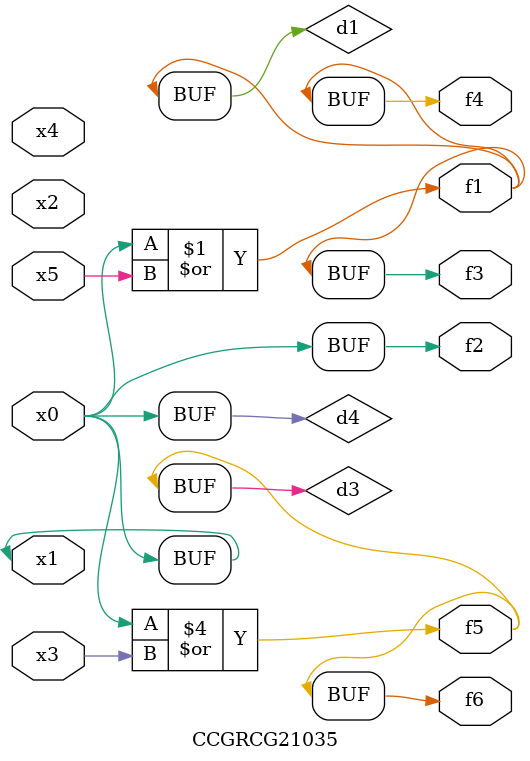
<source format=v>
module CCGRCG21035(
	input x0, x1, x2, x3, x4, x5,
	output f1, f2, f3, f4, f5, f6
);

	wire d1, d2, d3, d4;

	or (d1, x0, x5);
	xnor (d2, x1, x4);
	or (d3, x0, x3);
	buf (d4, x0, x1);
	assign f1 = d1;
	assign f2 = d4;
	assign f3 = d1;
	assign f4 = d1;
	assign f5 = d3;
	assign f6 = d3;
endmodule

</source>
